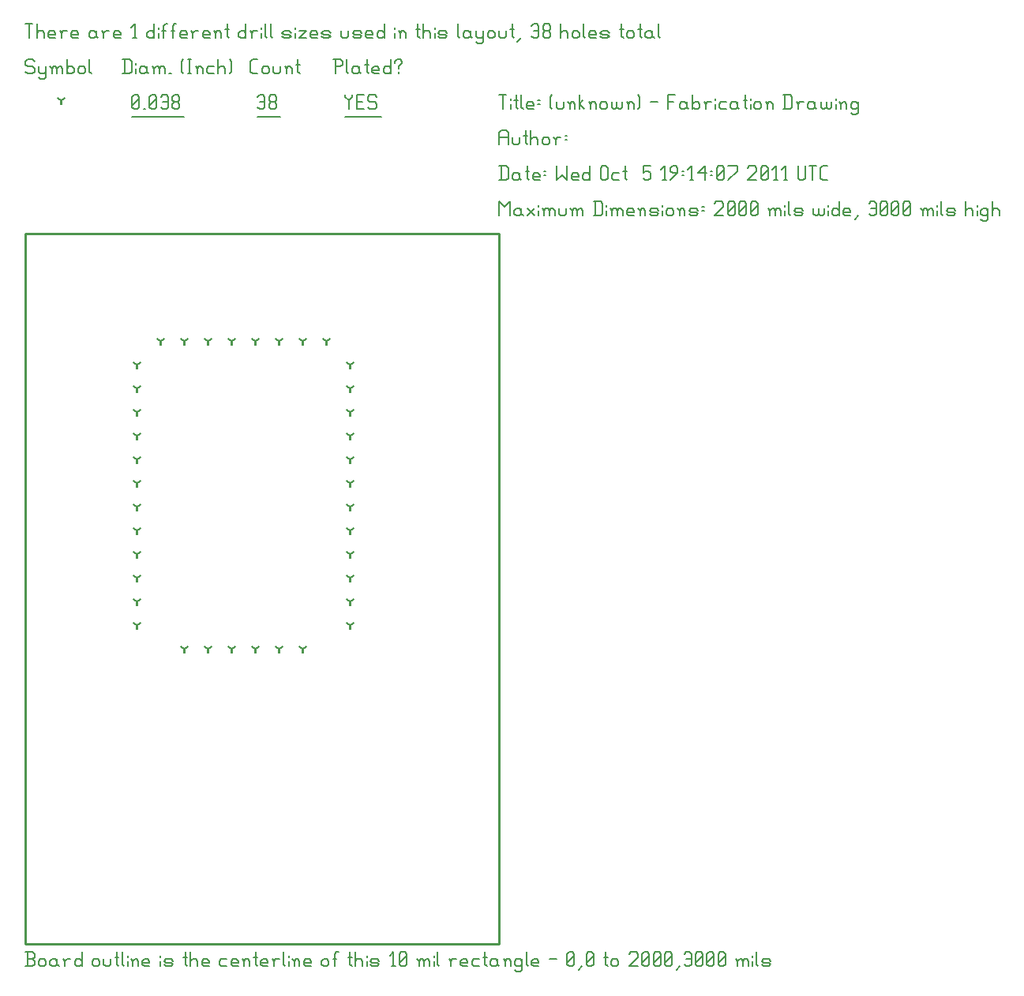
<source format=gbr>
G04 start of page 9 for group -3984 idx -3984 *
G04 Title: (unknown), fab *
G04 Creator: pcb 20100929 *
G04 CreationDate: Wed Oct  5 19:14:07 2011 UTC *
G04 For: user1 *
G04 Format: Gerber/RS-274X *
G04 PCB-Dimensions: 200000 300000 *
G04 PCB-Coordinate-Origin: lower left *
%MOIN*%
%FSLAX25Y25*%
%LNFAB*%
%ADD12C,0.0200*%
%ADD28C,0.0100*%
%ADD31R,0.0080X0.0080*%
%ADD32C,0.0060*%
G54D31*X67000Y124500D02*Y122900D01*
G54D12*G36*
X66453Y124647D02*X68532Y125847D01*
X68932Y125154D01*
X66853Y123954D01*
X66453Y124647D01*
G37*
G36*
X67146Y123954D02*X65067Y125154D01*
X65467Y125847D01*
X67546Y124647D01*
X67146Y123954D01*
G37*
G54D31*X77000Y124500D02*Y122900D01*
G54D12*G36*
X76453Y124647D02*X78532Y125847D01*
X78932Y125154D01*
X76853Y123954D01*
X76453Y124647D01*
G37*
G36*
X77146Y123954D02*X75067Y125154D01*
X75467Y125847D01*
X77546Y124647D01*
X77146Y123954D01*
G37*
G54D31*X87000Y124500D02*Y122900D01*
G54D12*G36*
X86453Y124647D02*X88532Y125847D01*
X88932Y125154D01*
X86853Y123954D01*
X86453Y124647D01*
G37*
G36*
X87146Y123954D02*X85067Y125154D01*
X85467Y125847D01*
X87546Y124647D01*
X87146Y123954D01*
G37*
G54D31*X97000Y124500D02*Y122900D01*
G54D12*G36*
X96453Y124647D02*X98532Y125847D01*
X98932Y125154D01*
X96853Y123954D01*
X96453Y124647D01*
G37*
G36*
X97146Y123954D02*X95067Y125154D01*
X95467Y125847D01*
X97546Y124647D01*
X97146Y123954D01*
G37*
G54D31*X107000Y124500D02*Y122900D01*
G54D12*G36*
X106453Y124647D02*X108532Y125847D01*
X108932Y125154D01*
X106853Y123954D01*
X106453Y124647D01*
G37*
G36*
X107146Y123954D02*X105067Y125154D01*
X105467Y125847D01*
X107546Y124647D01*
X107146Y123954D01*
G37*
G54D31*X117000Y124500D02*Y122900D01*
G54D12*G36*
X116453Y124647D02*X118532Y125847D01*
X118932Y125154D01*
X116853Y123954D01*
X116453Y124647D01*
G37*
G36*
X117146Y123954D02*X115067Y125154D01*
X115467Y125847D01*
X117546Y124647D01*
X117146Y123954D01*
G37*
G54D31*X57000Y254500D02*Y252900D01*
G54D12*G36*
X56453Y254647D02*X58532Y255847D01*
X58932Y255154D01*
X56853Y253954D01*
X56453Y254647D01*
G37*
G36*
X57146Y253954D02*X55067Y255154D01*
X55467Y255847D01*
X57546Y254647D01*
X57146Y253954D01*
G37*
G54D31*X67000Y254500D02*Y252900D01*
G54D12*G36*
X66453Y254647D02*X68532Y255847D01*
X68932Y255154D01*
X66853Y253954D01*
X66453Y254647D01*
G37*
G36*
X67146Y253954D02*X65067Y255154D01*
X65467Y255847D01*
X67546Y254647D01*
X67146Y253954D01*
G37*
G54D31*X77000Y254500D02*Y252900D01*
G54D12*G36*
X76453Y254647D02*X78532Y255847D01*
X78932Y255154D01*
X76853Y253954D01*
X76453Y254647D01*
G37*
G36*
X77146Y253954D02*X75067Y255154D01*
X75467Y255847D01*
X77546Y254647D01*
X77146Y253954D01*
G37*
G54D31*X87000Y254500D02*Y252900D01*
G54D12*G36*
X86453Y254647D02*X88532Y255847D01*
X88932Y255154D01*
X86853Y253954D01*
X86453Y254647D01*
G37*
G36*
X87146Y253954D02*X85067Y255154D01*
X85467Y255847D01*
X87546Y254647D01*
X87146Y253954D01*
G37*
G54D31*X97000Y254500D02*Y252900D01*
G54D12*G36*
X96453Y254647D02*X98532Y255847D01*
X98932Y255154D01*
X96853Y253954D01*
X96453Y254647D01*
G37*
G36*
X97146Y253954D02*X95067Y255154D01*
X95467Y255847D01*
X97546Y254647D01*
X97146Y253954D01*
G37*
G54D31*X107000Y254500D02*Y252900D01*
G54D12*G36*
X106453Y254647D02*X108532Y255847D01*
X108932Y255154D01*
X106853Y253954D01*
X106453Y254647D01*
G37*
G36*
X107146Y253954D02*X105067Y255154D01*
X105467Y255847D01*
X107546Y254647D01*
X107146Y253954D01*
G37*
G54D31*X117000Y254500D02*Y252900D01*
G54D12*G36*
X116453Y254647D02*X118532Y255847D01*
X118932Y255154D01*
X116853Y253954D01*
X116453Y254647D01*
G37*
G36*
X117146Y253954D02*X115067Y255154D01*
X115467Y255847D01*
X117546Y254647D01*
X117146Y253954D01*
G37*
G54D31*X127000Y254500D02*Y252900D01*
G54D12*G36*
X126453Y254647D02*X128532Y255847D01*
X128932Y255154D01*
X126853Y253954D01*
X126453Y254647D01*
G37*
G36*
X127146Y253954D02*X125067Y255154D01*
X125467Y255847D01*
X127546Y254647D01*
X127146Y253954D01*
G37*
G54D31*X47000Y244500D02*Y242900D01*
G54D12*G36*
X46453Y244647D02*X48532Y245847D01*
X48932Y245154D01*
X46853Y243954D01*
X46453Y244647D01*
G37*
G36*
X47146Y243954D02*X45067Y245154D01*
X45467Y245847D01*
X47546Y244647D01*
X47146Y243954D01*
G37*
G54D31*X47000Y234500D02*Y232900D01*
G54D12*G36*
X46453Y234647D02*X48532Y235847D01*
X48932Y235154D01*
X46853Y233954D01*
X46453Y234647D01*
G37*
G36*
X47146Y233954D02*X45067Y235154D01*
X45467Y235847D01*
X47546Y234647D01*
X47146Y233954D01*
G37*
G54D31*X47000Y224500D02*Y222900D01*
G54D12*G36*
X46453Y224647D02*X48532Y225847D01*
X48932Y225154D01*
X46853Y223954D01*
X46453Y224647D01*
G37*
G36*
X47146Y223954D02*X45067Y225154D01*
X45467Y225847D01*
X47546Y224647D01*
X47146Y223954D01*
G37*
G54D31*X47000Y214500D02*Y212900D01*
G54D12*G36*
X46453Y214647D02*X48532Y215847D01*
X48932Y215154D01*
X46853Y213954D01*
X46453Y214647D01*
G37*
G36*
X47146Y213954D02*X45067Y215154D01*
X45467Y215847D01*
X47546Y214647D01*
X47146Y213954D01*
G37*
G54D31*X47000Y204500D02*Y202900D01*
G54D12*G36*
X46453Y204647D02*X48532Y205847D01*
X48932Y205154D01*
X46853Y203954D01*
X46453Y204647D01*
G37*
G36*
X47146Y203954D02*X45067Y205154D01*
X45467Y205847D01*
X47546Y204647D01*
X47146Y203954D01*
G37*
G54D31*X47000Y194500D02*Y192900D01*
G54D12*G36*
X46453Y194647D02*X48532Y195847D01*
X48932Y195154D01*
X46853Y193954D01*
X46453Y194647D01*
G37*
G36*
X47146Y193954D02*X45067Y195154D01*
X45467Y195847D01*
X47546Y194647D01*
X47146Y193954D01*
G37*
G54D31*X47000Y184500D02*Y182900D01*
G54D12*G36*
X46453Y184647D02*X48532Y185847D01*
X48932Y185154D01*
X46853Y183954D01*
X46453Y184647D01*
G37*
G36*
X47146Y183954D02*X45067Y185154D01*
X45467Y185847D01*
X47546Y184647D01*
X47146Y183954D01*
G37*
G54D31*X47000Y174500D02*Y172900D01*
G54D12*G36*
X46453Y174647D02*X48532Y175847D01*
X48932Y175154D01*
X46853Y173954D01*
X46453Y174647D01*
G37*
G36*
X47146Y173954D02*X45067Y175154D01*
X45467Y175847D01*
X47546Y174647D01*
X47146Y173954D01*
G37*
G54D31*X47000Y164500D02*Y162900D01*
G54D12*G36*
X46453Y164647D02*X48532Y165847D01*
X48932Y165154D01*
X46853Y163954D01*
X46453Y164647D01*
G37*
G36*
X47146Y163954D02*X45067Y165154D01*
X45467Y165847D01*
X47546Y164647D01*
X47146Y163954D01*
G37*
G54D31*X47000Y154500D02*Y152900D01*
G54D12*G36*
X46453Y154647D02*X48532Y155847D01*
X48932Y155154D01*
X46853Y153954D01*
X46453Y154647D01*
G37*
G36*
X47146Y153954D02*X45067Y155154D01*
X45467Y155847D01*
X47546Y154647D01*
X47146Y153954D01*
G37*
G54D31*X47000Y144500D02*Y142900D01*
G54D12*G36*
X46453Y144647D02*X48532Y145847D01*
X48932Y145154D01*
X46853Y143954D01*
X46453Y144647D01*
G37*
G36*
X47146Y143954D02*X45067Y145154D01*
X45467Y145847D01*
X47546Y144647D01*
X47146Y143954D01*
G37*
G54D31*X47000Y134500D02*Y132900D01*
G54D12*G36*
X46453Y134647D02*X48532Y135847D01*
X48932Y135154D01*
X46853Y133954D01*
X46453Y134647D01*
G37*
G36*
X47146Y133954D02*X45067Y135154D01*
X45467Y135847D01*
X47546Y134647D01*
X47146Y133954D01*
G37*
G54D31*X137000Y244500D02*Y242900D01*
G54D12*G36*
X136453Y244647D02*X138532Y245847D01*
X138932Y245154D01*
X136853Y243954D01*
X136453Y244647D01*
G37*
G36*
X137146Y243954D02*X135067Y245154D01*
X135467Y245847D01*
X137546Y244647D01*
X137146Y243954D01*
G37*
G54D31*X137000Y234500D02*Y232900D01*
G54D12*G36*
X136453Y234647D02*X138532Y235847D01*
X138932Y235154D01*
X136853Y233954D01*
X136453Y234647D01*
G37*
G36*
X137146Y233954D02*X135067Y235154D01*
X135467Y235847D01*
X137546Y234647D01*
X137146Y233954D01*
G37*
G54D31*X137000Y224500D02*Y222900D01*
G54D12*G36*
X136453Y224647D02*X138532Y225847D01*
X138932Y225154D01*
X136853Y223954D01*
X136453Y224647D01*
G37*
G36*
X137146Y223954D02*X135067Y225154D01*
X135467Y225847D01*
X137546Y224647D01*
X137146Y223954D01*
G37*
G54D31*X137000Y214500D02*Y212900D01*
G54D12*G36*
X136453Y214647D02*X138532Y215847D01*
X138932Y215154D01*
X136853Y213954D01*
X136453Y214647D01*
G37*
G36*
X137146Y213954D02*X135067Y215154D01*
X135467Y215847D01*
X137546Y214647D01*
X137146Y213954D01*
G37*
G54D31*X137000Y204500D02*Y202900D01*
G54D12*G36*
X136453Y204647D02*X138532Y205847D01*
X138932Y205154D01*
X136853Y203954D01*
X136453Y204647D01*
G37*
G36*
X137146Y203954D02*X135067Y205154D01*
X135467Y205847D01*
X137546Y204647D01*
X137146Y203954D01*
G37*
G54D31*X137000Y194500D02*Y192900D01*
G54D12*G36*
X136453Y194647D02*X138532Y195847D01*
X138932Y195154D01*
X136853Y193954D01*
X136453Y194647D01*
G37*
G36*
X137146Y193954D02*X135067Y195154D01*
X135467Y195847D01*
X137546Y194647D01*
X137146Y193954D01*
G37*
G54D31*X137000Y184500D02*Y182900D01*
G54D12*G36*
X136453Y184647D02*X138532Y185847D01*
X138932Y185154D01*
X136853Y183954D01*
X136453Y184647D01*
G37*
G36*
X137146Y183954D02*X135067Y185154D01*
X135467Y185847D01*
X137546Y184647D01*
X137146Y183954D01*
G37*
G54D31*X137000Y174500D02*Y172900D01*
G54D12*G36*
X136453Y174647D02*X138532Y175847D01*
X138932Y175154D01*
X136853Y173954D01*
X136453Y174647D01*
G37*
G36*
X137146Y173954D02*X135067Y175154D01*
X135467Y175847D01*
X137546Y174647D01*
X137146Y173954D01*
G37*
G54D31*X137000Y164500D02*Y162900D01*
G54D12*G36*
X136453Y164647D02*X138532Y165847D01*
X138932Y165154D01*
X136853Y163954D01*
X136453Y164647D01*
G37*
G36*
X137146Y163954D02*X135067Y165154D01*
X135467Y165847D01*
X137546Y164647D01*
X137146Y163954D01*
G37*
G54D31*X137000Y154500D02*Y152900D01*
G54D12*G36*
X136453Y154647D02*X138532Y155847D01*
X138932Y155154D01*
X136853Y153954D01*
X136453Y154647D01*
G37*
G36*
X137146Y153954D02*X135067Y155154D01*
X135467Y155847D01*
X137546Y154647D01*
X137146Y153954D01*
G37*
G54D31*X137000Y144500D02*Y142900D01*
G54D12*G36*
X136453Y144647D02*X138532Y145847D01*
X138932Y145154D01*
X136853Y143954D01*
X136453Y144647D01*
G37*
G36*
X137146Y143954D02*X135067Y145154D01*
X135467Y145847D01*
X137546Y144647D01*
X137146Y143954D01*
G37*
G54D31*X137000Y134500D02*Y132900D01*
G54D12*G36*
X136453Y134647D02*X138532Y135847D01*
X138932Y135154D01*
X136853Y133954D01*
X136453Y134647D01*
G37*
G36*
X137146Y133954D02*X135067Y135154D01*
X135467Y135847D01*
X137546Y134647D01*
X137146Y133954D01*
G37*
G54D31*X15000Y356250D02*Y354650D01*
G54D12*G36*
X14453Y356396D02*X16532Y357596D01*
X16932Y356903D01*
X14853Y355703D01*
X14453Y356396D01*
G37*
G36*
X15146Y355703D02*X13067Y356903D01*
X13467Y357596D01*
X15546Y356396D01*
X15146Y355703D01*
G37*
G54D32*X135000Y358500D02*Y357750D01*
X136500Y356250D01*
X138000Y357750D01*
Y358500D02*Y357750D01*
X136500Y356250D02*Y352500D01*
X139801Y355500D02*X142051D01*
X139801Y352500D02*X142801D01*
X139801Y358500D02*Y352500D01*
Y358500D02*X142801D01*
X147603D02*X148353Y357750D01*
X145353Y358500D02*X147603D01*
X144603Y357750D02*X145353Y358500D01*
X144603Y357750D02*Y356250D01*
X145353Y355500D01*
X147603D01*
X148353Y354750D01*
Y353250D01*
X147603Y352500D02*X148353Y353250D01*
X145353Y352500D02*X147603D01*
X144603Y353250D02*X145353Y352500D01*
X135000Y349249D02*X150154D01*
X98000Y357750D02*X98750Y358500D01*
X100250D01*
X101000Y357750D01*
Y353250D01*
X100250Y352500D02*X101000Y353250D01*
X98750Y352500D02*X100250D01*
X98000Y353250D02*X98750Y352500D01*
Y355500D02*X101000D01*
X102801Y353250D02*X103551Y352500D01*
X102801Y354750D02*Y353250D01*
Y354750D02*X103551Y355500D01*
X105051D01*
X105801Y354750D01*
Y353250D01*
X105051Y352500D02*X105801Y353250D01*
X103551Y352500D02*X105051D01*
X102801Y356250D02*X103551Y355500D01*
X102801Y357750D02*Y356250D01*
Y357750D02*X103551Y358500D01*
X105051D01*
X105801Y357750D01*
Y356250D01*
X105051Y355500D02*X105801Y356250D01*
X98000Y349249D02*X107603D01*
X45000Y353250D02*X45750Y352500D01*
X45000Y357750D02*Y353250D01*
Y357750D02*X45750Y358500D01*
X47250D01*
X48000Y357750D01*
Y353250D01*
X47250Y352500D02*X48000Y353250D01*
X45750Y352500D02*X47250D01*
X45000Y354000D02*X48000Y357000D01*
X49801Y352500D02*X50551D01*
X52353Y353250D02*X53103Y352500D01*
X52353Y357750D02*Y353250D01*
Y357750D02*X53103Y358500D01*
X54603D01*
X55353Y357750D01*
Y353250D01*
X54603Y352500D02*X55353Y353250D01*
X53103Y352500D02*X54603D01*
X52353Y354000D02*X55353Y357000D01*
X57154Y357750D02*X57904Y358500D01*
X59404D01*
X60154Y357750D01*
Y353250D01*
X59404Y352500D02*X60154Y353250D01*
X57904Y352500D02*X59404D01*
X57154Y353250D02*X57904Y352500D01*
Y355500D02*X60154D01*
X61956Y353250D02*X62706Y352500D01*
X61956Y354750D02*Y353250D01*
Y354750D02*X62706Y355500D01*
X64206D01*
X64956Y354750D01*
Y353250D01*
X64206Y352500D02*X64956Y353250D01*
X62706Y352500D02*X64206D01*
X61956Y356250D02*X62706Y355500D01*
X61956Y357750D02*Y356250D01*
Y357750D02*X62706Y358500D01*
X64206D01*
X64956Y357750D01*
Y356250D01*
X64206Y355500D02*X64956Y356250D01*
X45000Y349249D02*X66757D01*
X3000Y373500D02*X3750Y372750D01*
X750Y373500D02*X3000D01*
X0Y372750D02*X750Y373500D01*
X0Y372750D02*Y371250D01*
X750Y370500D01*
X3000D01*
X3750Y369750D01*
Y368250D01*
X3000Y367500D02*X3750Y368250D01*
X750Y367500D02*X3000D01*
X0Y368250D02*X750Y367500D01*
X5551Y370500D02*Y368250D01*
X6301Y367500D01*
X8551Y370500D02*Y366000D01*
X7801Y365250D02*X8551Y366000D01*
X6301Y365250D02*X7801D01*
X5551Y366000D02*X6301Y365250D01*
Y367500D02*X7801D01*
X8551Y368250D01*
X11103Y369750D02*Y367500D01*
Y369750D02*X11853Y370500D01*
X12603D01*
X13353Y369750D01*
Y367500D01*
Y369750D02*X14103Y370500D01*
X14853D01*
X15603Y369750D01*
Y367500D01*
X10353Y370500D02*X11103Y369750D01*
X17404Y373500D02*Y367500D01*
Y368250D02*X18154Y367500D01*
X19654D01*
X20404Y368250D01*
Y369750D02*Y368250D01*
X19654Y370500D02*X20404Y369750D01*
X18154Y370500D02*X19654D01*
X17404Y369750D02*X18154Y370500D01*
X22206Y369750D02*Y368250D01*
Y369750D02*X22956Y370500D01*
X24456D01*
X25206Y369750D01*
Y368250D01*
X24456Y367500D02*X25206Y368250D01*
X22956Y367500D02*X24456D01*
X22206Y368250D02*X22956Y367500D01*
X27007Y373500D02*Y368250D01*
X27757Y367500D01*
X41750Y373500D02*Y367500D01*
X44000Y373500D02*X44750Y372750D01*
Y368250D01*
X44000Y367500D02*X44750Y368250D01*
X41000Y367500D02*X44000D01*
X41000Y373500D02*X44000D01*
X46551Y372000D02*Y371250D01*
Y369750D02*Y367500D01*
X50303Y370500D02*X51053Y369750D01*
X48803Y370500D02*X50303D01*
X48053Y369750D02*X48803Y370500D01*
X48053Y369750D02*Y368250D01*
X48803Y367500D01*
X51053Y370500D02*Y368250D01*
X51803Y367500D01*
X48803D02*X50303D01*
X51053Y368250D01*
X54354Y369750D02*Y367500D01*
Y369750D02*X55104Y370500D01*
X55854D01*
X56604Y369750D01*
Y367500D01*
Y369750D02*X57354Y370500D01*
X58104D01*
X58854Y369750D01*
Y367500D01*
X53604Y370500D02*X54354Y369750D01*
X60656Y367500D02*X61406D01*
X65907Y368250D02*X66657Y367500D01*
X65907Y372750D02*X66657Y373500D01*
X65907Y372750D02*Y368250D01*
X68459Y373500D02*X69959D01*
X69209D02*Y367500D01*
X68459D02*X69959D01*
X72510Y369750D02*Y367500D01*
Y369750D02*X73260Y370500D01*
X74010D01*
X74760Y369750D01*
Y367500D01*
X71760Y370500D02*X72510Y369750D01*
X77312Y370500D02*X79562D01*
X76562Y369750D02*X77312Y370500D01*
X76562Y369750D02*Y368250D01*
X77312Y367500D01*
X79562D01*
X81363Y373500D02*Y367500D01*
Y369750D02*X82113Y370500D01*
X83613D01*
X84363Y369750D01*
Y367500D01*
X86165Y373500D02*X86915Y372750D01*
Y368250D01*
X86165Y367500D02*X86915Y368250D01*
X95750Y367500D02*X98000D01*
X95000Y368250D02*X95750Y367500D01*
X95000Y372750D02*Y368250D01*
Y372750D02*X95750Y373500D01*
X98000D01*
X99801Y369750D02*Y368250D01*
Y369750D02*X100551Y370500D01*
X102051D01*
X102801Y369750D01*
Y368250D01*
X102051Y367500D02*X102801Y368250D01*
X100551Y367500D02*X102051D01*
X99801Y368250D02*X100551Y367500D01*
X104603Y370500D02*Y368250D01*
X105353Y367500D01*
X106853D01*
X107603Y368250D01*
Y370500D02*Y368250D01*
X110154Y369750D02*Y367500D01*
Y369750D02*X110904Y370500D01*
X111654D01*
X112404Y369750D01*
Y367500D01*
X109404Y370500D02*X110154Y369750D01*
X114956Y373500D02*Y368250D01*
X115706Y367500D01*
X114206Y371250D02*X115706D01*
X130750Y373500D02*Y367500D01*
X130000Y373500D02*X133000D01*
X133750Y372750D01*
Y371250D01*
X133000Y370500D02*X133750Y371250D01*
X130750Y370500D02*X133000D01*
X135551Y373500D02*Y368250D01*
X136301Y367500D01*
X140053Y370500D02*X140803Y369750D01*
X138553Y370500D02*X140053D01*
X137803Y369750D02*X138553Y370500D01*
X137803Y369750D02*Y368250D01*
X138553Y367500D01*
X140803Y370500D02*Y368250D01*
X141553Y367500D01*
X138553D02*X140053D01*
X140803Y368250D01*
X144104Y373500D02*Y368250D01*
X144854Y367500D01*
X143354Y371250D02*X144854D01*
X147106Y367500D02*X149356D01*
X146356Y368250D02*X147106Y367500D01*
X146356Y369750D02*Y368250D01*
Y369750D02*X147106Y370500D01*
X148606D01*
X149356Y369750D01*
X146356Y369000D02*X149356D01*
Y369750D02*Y369000D01*
X154157Y373500D02*Y367500D01*
X153407D02*X154157Y368250D01*
X151907Y367500D02*X153407D01*
X151157Y368250D02*X151907Y367500D01*
X151157Y369750D02*Y368250D01*
Y369750D02*X151907Y370500D01*
X153407D01*
X154157Y369750D01*
X157459Y370500D02*Y369750D01*
Y368250D02*Y367500D01*
X155959Y372750D02*Y372000D01*
Y372750D02*X156709Y373500D01*
X158209D01*
X158959Y372750D01*
Y372000D01*
X157459Y370500D02*X158959Y372000D01*
X0Y388500D02*X3000D01*
X1500D02*Y382500D01*
X4801Y388500D02*Y382500D01*
Y384750D02*X5551Y385500D01*
X7051D01*
X7801Y384750D01*
Y382500D01*
X10353D02*X12603D01*
X9603Y383250D02*X10353Y382500D01*
X9603Y384750D02*Y383250D01*
Y384750D02*X10353Y385500D01*
X11853D01*
X12603Y384750D01*
X9603Y384000D02*X12603D01*
Y384750D02*Y384000D01*
X15154Y384750D02*Y382500D01*
Y384750D02*X15904Y385500D01*
X17404D01*
X14404D02*X15154Y384750D01*
X19956Y382500D02*X22206D01*
X19206Y383250D02*X19956Y382500D01*
X19206Y384750D02*Y383250D01*
Y384750D02*X19956Y385500D01*
X21456D01*
X22206Y384750D01*
X19206Y384000D02*X22206D01*
Y384750D02*Y384000D01*
X28957Y385500D02*X29707Y384750D01*
X27457Y385500D02*X28957D01*
X26707Y384750D02*X27457Y385500D01*
X26707Y384750D02*Y383250D01*
X27457Y382500D01*
X29707Y385500D02*Y383250D01*
X30457Y382500D01*
X27457D02*X28957D01*
X29707Y383250D01*
X33009Y384750D02*Y382500D01*
Y384750D02*X33759Y385500D01*
X35259D01*
X32259D02*X33009Y384750D01*
X37810Y382500D02*X40060D01*
X37060Y383250D02*X37810Y382500D01*
X37060Y384750D02*Y383250D01*
Y384750D02*X37810Y385500D01*
X39310D01*
X40060Y384750D01*
X37060Y384000D02*X40060D01*
Y384750D02*Y384000D01*
X45312Y382500D02*X46812D01*
X46062Y388500D02*Y382500D01*
X44562Y387000D02*X46062Y388500D01*
X54313D02*Y382500D01*
X53563D02*X54313Y383250D01*
X52063Y382500D02*X53563D01*
X51313Y383250D02*X52063Y382500D01*
X51313Y384750D02*Y383250D01*
Y384750D02*X52063Y385500D01*
X53563D01*
X54313Y384750D01*
X56115Y387000D02*Y386250D01*
Y384750D02*Y382500D01*
X58366Y387750D02*Y382500D01*
Y387750D02*X59116Y388500D01*
X59866D01*
X57616Y385500D02*X59116D01*
X62118Y387750D02*Y382500D01*
Y387750D02*X62868Y388500D01*
X63618D01*
X61368Y385500D02*X62868D01*
X65869Y382500D02*X68119D01*
X65119Y383250D02*X65869Y382500D01*
X65119Y384750D02*Y383250D01*
Y384750D02*X65869Y385500D01*
X67369D01*
X68119Y384750D01*
X65119Y384000D02*X68119D01*
Y384750D02*Y384000D01*
X70671Y384750D02*Y382500D01*
Y384750D02*X71421Y385500D01*
X72921D01*
X69921D02*X70671Y384750D01*
X75472Y382500D02*X77722D01*
X74722Y383250D02*X75472Y382500D01*
X74722Y384750D02*Y383250D01*
Y384750D02*X75472Y385500D01*
X76972D01*
X77722Y384750D01*
X74722Y384000D02*X77722D01*
Y384750D02*Y384000D01*
X80274Y384750D02*Y382500D01*
Y384750D02*X81024Y385500D01*
X81774D01*
X82524Y384750D01*
Y382500D01*
X79524Y385500D02*X80274Y384750D01*
X85075Y388500D02*Y383250D01*
X85825Y382500D01*
X84325Y386250D02*X85825D01*
X93027Y388500D02*Y382500D01*
X92277D02*X93027Y383250D01*
X90777Y382500D02*X92277D01*
X90027Y383250D02*X90777Y382500D01*
X90027Y384750D02*Y383250D01*
Y384750D02*X90777Y385500D01*
X92277D01*
X93027Y384750D01*
X95578D02*Y382500D01*
Y384750D02*X96328Y385500D01*
X97828D01*
X94828D02*X95578Y384750D01*
X99630Y387000D02*Y386250D01*
Y384750D02*Y382500D01*
X101131Y388500D02*Y383250D01*
X101881Y382500D01*
X103383Y388500D02*Y383250D01*
X104133Y382500D01*
X109084D02*X111334D01*
X112084Y383250D01*
X111334Y384000D02*X112084Y383250D01*
X109084Y384000D02*X111334D01*
X108334Y384750D02*X109084Y384000D01*
X108334Y384750D02*X109084Y385500D01*
X111334D01*
X112084Y384750D01*
X108334Y383250D02*X109084Y382500D01*
X113886Y387000D02*Y386250D01*
Y384750D02*Y382500D01*
X115387Y385500D02*X118387D01*
X115387Y382500D02*X118387Y385500D01*
X115387Y382500D02*X118387D01*
X120939D02*X123189D01*
X120189Y383250D02*X120939Y382500D01*
X120189Y384750D02*Y383250D01*
Y384750D02*X120939Y385500D01*
X122439D01*
X123189Y384750D01*
X120189Y384000D02*X123189D01*
Y384750D02*Y384000D01*
X125740Y382500D02*X127990D01*
X128740Y383250D01*
X127990Y384000D02*X128740Y383250D01*
X125740Y384000D02*X127990D01*
X124990Y384750D02*X125740Y384000D01*
X124990Y384750D02*X125740Y385500D01*
X127990D01*
X128740Y384750D01*
X124990Y383250D02*X125740Y382500D01*
X133242Y385500D02*Y383250D01*
X133992Y382500D01*
X135492D01*
X136242Y383250D01*
Y385500D02*Y383250D01*
X138793Y382500D02*X141043D01*
X141793Y383250D01*
X141043Y384000D02*X141793Y383250D01*
X138793Y384000D02*X141043D01*
X138043Y384750D02*X138793Y384000D01*
X138043Y384750D02*X138793Y385500D01*
X141043D01*
X141793Y384750D01*
X138043Y383250D02*X138793Y382500D01*
X144345D02*X146595D01*
X143595Y383250D02*X144345Y382500D01*
X143595Y384750D02*Y383250D01*
Y384750D02*X144345Y385500D01*
X145845D01*
X146595Y384750D01*
X143595Y384000D02*X146595D01*
Y384750D02*Y384000D01*
X151396Y388500D02*Y382500D01*
X150646D02*X151396Y383250D01*
X149146Y382500D02*X150646D01*
X148396Y383250D02*X149146Y382500D01*
X148396Y384750D02*Y383250D01*
Y384750D02*X149146Y385500D01*
X150646D01*
X151396Y384750D01*
X155898Y387000D02*Y386250D01*
Y384750D02*Y382500D01*
X158149Y384750D02*Y382500D01*
Y384750D02*X158899Y385500D01*
X159649D01*
X160399Y384750D01*
Y382500D01*
X157399Y385500D02*X158149Y384750D01*
X165651Y388500D02*Y383250D01*
X166401Y382500D01*
X164901Y386250D02*X166401D01*
X167902Y388500D02*Y382500D01*
Y384750D02*X168652Y385500D01*
X170152D01*
X170902Y384750D01*
Y382500D01*
X172704Y387000D02*Y386250D01*
Y384750D02*Y382500D01*
X174955D02*X177205D01*
X177955Y383250D01*
X177205Y384000D02*X177955Y383250D01*
X174955Y384000D02*X177205D01*
X174205Y384750D02*X174955Y384000D01*
X174205Y384750D02*X174955Y385500D01*
X177205D01*
X177955Y384750D01*
X174205Y383250D02*X174955Y382500D01*
X182457Y388500D02*Y383250D01*
X183207Y382500D01*
X186958Y385500D02*X187708Y384750D01*
X185458Y385500D02*X186958D01*
X184708Y384750D02*X185458Y385500D01*
X184708Y384750D02*Y383250D01*
X185458Y382500D01*
X187708Y385500D02*Y383250D01*
X188458Y382500D01*
X185458D02*X186958D01*
X187708Y383250D01*
X190260Y385500D02*Y383250D01*
X191010Y382500D01*
X193260Y385500D02*Y381000D01*
X192510Y380250D02*X193260Y381000D01*
X191010Y380250D02*X192510D01*
X190260Y381000D02*X191010Y380250D01*
Y382500D02*X192510D01*
X193260Y383250D01*
X195061Y384750D02*Y383250D01*
Y384750D02*X195811Y385500D01*
X197311D01*
X198061Y384750D01*
Y383250D01*
X197311Y382500D02*X198061Y383250D01*
X195811Y382500D02*X197311D01*
X195061Y383250D02*X195811Y382500D01*
X199863Y385500D02*Y383250D01*
X200613Y382500D01*
X202113D01*
X202863Y383250D01*
Y385500D02*Y383250D01*
X205414Y388500D02*Y383250D01*
X206164Y382500D01*
X204664Y386250D02*X206164D01*
X207666Y381000D02*X209166Y382500D01*
X213667Y387750D02*X214417Y388500D01*
X215917D01*
X216667Y387750D01*
Y383250D01*
X215917Y382500D02*X216667Y383250D01*
X214417Y382500D02*X215917D01*
X213667Y383250D02*X214417Y382500D01*
Y385500D02*X216667D01*
X218469Y383250D02*X219219Y382500D01*
X218469Y384750D02*Y383250D01*
Y384750D02*X219219Y385500D01*
X220719D01*
X221469Y384750D01*
Y383250D01*
X220719Y382500D02*X221469Y383250D01*
X219219Y382500D02*X220719D01*
X218469Y386250D02*X219219Y385500D01*
X218469Y387750D02*Y386250D01*
Y387750D02*X219219Y388500D01*
X220719D01*
X221469Y387750D01*
Y386250D01*
X220719Y385500D02*X221469Y386250D01*
X225970Y388500D02*Y382500D01*
Y384750D02*X226720Y385500D01*
X228220D01*
X228970Y384750D01*
Y382500D01*
X230772Y384750D02*Y383250D01*
Y384750D02*X231522Y385500D01*
X233022D01*
X233772Y384750D01*
Y383250D01*
X233022Y382500D02*X233772Y383250D01*
X231522Y382500D02*X233022D01*
X230772Y383250D02*X231522Y382500D01*
X235573Y388500D02*Y383250D01*
X236323Y382500D01*
X238575D02*X240825D01*
X237825Y383250D02*X238575Y382500D01*
X237825Y384750D02*Y383250D01*
Y384750D02*X238575Y385500D01*
X240075D01*
X240825Y384750D01*
X237825Y384000D02*X240825D01*
Y384750D02*Y384000D01*
X243376Y382500D02*X245626D01*
X246376Y383250D01*
X245626Y384000D02*X246376Y383250D01*
X243376Y384000D02*X245626D01*
X242626Y384750D02*X243376Y384000D01*
X242626Y384750D02*X243376Y385500D01*
X245626D01*
X246376Y384750D01*
X242626Y383250D02*X243376Y382500D01*
X251628Y388500D02*Y383250D01*
X252378Y382500D01*
X250878Y386250D02*X252378D01*
X253879Y384750D02*Y383250D01*
Y384750D02*X254629Y385500D01*
X256129D01*
X256879Y384750D01*
Y383250D01*
X256129Y382500D02*X256879Y383250D01*
X254629Y382500D02*X256129D01*
X253879Y383250D02*X254629Y382500D01*
X259431Y388500D02*Y383250D01*
X260181Y382500D01*
X258681Y386250D02*X260181D01*
X263932Y385500D02*X264682Y384750D01*
X262432Y385500D02*X263932D01*
X261682Y384750D02*X262432Y385500D01*
X261682Y384750D02*Y383250D01*
X262432Y382500D01*
X264682Y385500D02*Y383250D01*
X265432Y382500D01*
X262432D02*X263932D01*
X264682Y383250D01*
X267234Y388500D02*Y383250D01*
X267984Y382500D01*
G54D28*X0Y300000D02*X200000D01*
X0D02*Y0D01*
X200000Y300000D02*Y0D01*
X0D02*X200000D01*
G54D32*Y313500D02*Y307500D01*
Y313500D02*X202250Y311250D01*
X204500Y313500D01*
Y307500D01*
X208551Y310500D02*X209301Y309750D01*
X207051Y310500D02*X208551D01*
X206301Y309750D02*X207051Y310500D01*
X206301Y309750D02*Y308250D01*
X207051Y307500D01*
X209301Y310500D02*Y308250D01*
X210051Y307500D01*
X207051D02*X208551D01*
X209301Y308250D01*
X211853Y310500D02*X214853Y307500D01*
X211853D02*X214853Y310500D01*
X216654Y312000D02*Y311250D01*
Y309750D02*Y307500D01*
X218906Y309750D02*Y307500D01*
Y309750D02*X219656Y310500D01*
X220406D01*
X221156Y309750D01*
Y307500D01*
Y309750D02*X221906Y310500D01*
X222656D01*
X223406Y309750D01*
Y307500D01*
X218156Y310500D02*X218906Y309750D01*
X225207Y310500D02*Y308250D01*
X225957Y307500D01*
X227457D01*
X228207Y308250D01*
Y310500D02*Y308250D01*
X230759Y309750D02*Y307500D01*
Y309750D02*X231509Y310500D01*
X232259D01*
X233009Y309750D01*
Y307500D01*
Y309750D02*X233759Y310500D01*
X234509D01*
X235259Y309750D01*
Y307500D01*
X230009Y310500D02*X230759Y309750D01*
X240510Y313500D02*Y307500D01*
X242760Y313500D02*X243510Y312750D01*
Y308250D01*
X242760Y307500D02*X243510Y308250D01*
X239760Y307500D02*X242760D01*
X239760Y313500D02*X242760D01*
X245312Y312000D02*Y311250D01*
Y309750D02*Y307500D01*
X247563Y309750D02*Y307500D01*
Y309750D02*X248313Y310500D01*
X249063D01*
X249813Y309750D01*
Y307500D01*
Y309750D02*X250563Y310500D01*
X251313D01*
X252063Y309750D01*
Y307500D01*
X246813Y310500D02*X247563Y309750D01*
X254615Y307500D02*X256865D01*
X253865Y308250D02*X254615Y307500D01*
X253865Y309750D02*Y308250D01*
Y309750D02*X254615Y310500D01*
X256115D01*
X256865Y309750D01*
X253865Y309000D02*X256865D01*
Y309750D02*Y309000D01*
X259416Y309750D02*Y307500D01*
Y309750D02*X260166Y310500D01*
X260916D01*
X261666Y309750D01*
Y307500D01*
X258666Y310500D02*X259416Y309750D01*
X264218Y307500D02*X266468D01*
X267218Y308250D01*
X266468Y309000D02*X267218Y308250D01*
X264218Y309000D02*X266468D01*
X263468Y309750D02*X264218Y309000D01*
X263468Y309750D02*X264218Y310500D01*
X266468D01*
X267218Y309750D01*
X263468Y308250D02*X264218Y307500D01*
X269019Y312000D02*Y311250D01*
Y309750D02*Y307500D01*
X270521Y309750D02*Y308250D01*
Y309750D02*X271271Y310500D01*
X272771D01*
X273521Y309750D01*
Y308250D01*
X272771Y307500D02*X273521Y308250D01*
X271271Y307500D02*X272771D01*
X270521Y308250D02*X271271Y307500D01*
X276072Y309750D02*Y307500D01*
Y309750D02*X276822Y310500D01*
X277572D01*
X278322Y309750D01*
Y307500D01*
X275322Y310500D02*X276072Y309750D01*
X280874Y307500D02*X283124D01*
X283874Y308250D01*
X283124Y309000D02*X283874Y308250D01*
X280874Y309000D02*X283124D01*
X280124Y309750D02*X280874Y309000D01*
X280124Y309750D02*X280874Y310500D01*
X283124D01*
X283874Y309750D01*
X280124Y308250D02*X280874Y307500D01*
X285675Y311250D02*X286425D01*
X285675Y309750D02*X286425D01*
X290927Y312750D02*X291677Y313500D01*
X293927D01*
X294677Y312750D01*
Y311250D01*
X290927Y307500D02*X294677Y311250D01*
X290927Y307500D02*X294677D01*
X296478Y308250D02*X297228Y307500D01*
X296478Y312750D02*Y308250D01*
Y312750D02*X297228Y313500D01*
X298728D01*
X299478Y312750D01*
Y308250D01*
X298728Y307500D02*X299478Y308250D01*
X297228Y307500D02*X298728D01*
X296478Y309000D02*X299478Y312000D01*
X301280Y308250D02*X302030Y307500D01*
X301280Y312750D02*Y308250D01*
Y312750D02*X302030Y313500D01*
X303530D01*
X304280Y312750D01*
Y308250D01*
X303530Y307500D02*X304280Y308250D01*
X302030Y307500D02*X303530D01*
X301280Y309000D02*X304280Y312000D01*
X306081Y308250D02*X306831Y307500D01*
X306081Y312750D02*Y308250D01*
Y312750D02*X306831Y313500D01*
X308331D01*
X309081Y312750D01*
Y308250D01*
X308331Y307500D02*X309081Y308250D01*
X306831Y307500D02*X308331D01*
X306081Y309000D02*X309081Y312000D01*
X314333Y309750D02*Y307500D01*
Y309750D02*X315083Y310500D01*
X315833D01*
X316583Y309750D01*
Y307500D01*
Y309750D02*X317333Y310500D01*
X318083D01*
X318833Y309750D01*
Y307500D01*
X313583Y310500D02*X314333Y309750D01*
X320634Y312000D02*Y311250D01*
Y309750D02*Y307500D01*
X322136Y313500D02*Y308250D01*
X322886Y307500D01*
X325137D02*X327387D01*
X328137Y308250D01*
X327387Y309000D02*X328137Y308250D01*
X325137Y309000D02*X327387D01*
X324387Y309750D02*X325137Y309000D01*
X324387Y309750D02*X325137Y310500D01*
X327387D01*
X328137Y309750D01*
X324387Y308250D02*X325137Y307500D01*
X332639Y310500D02*Y308250D01*
X333389Y307500D01*
X334139D01*
X334889Y308250D01*
Y310500D02*Y308250D01*
X335639Y307500D01*
X336389D01*
X337139Y308250D01*
Y310500D02*Y308250D01*
X338940Y312000D02*Y311250D01*
Y309750D02*Y307500D01*
X343442Y313500D02*Y307500D01*
X342692D02*X343442Y308250D01*
X341192Y307500D02*X342692D01*
X340442Y308250D02*X341192Y307500D01*
X340442Y309750D02*Y308250D01*
Y309750D02*X341192Y310500D01*
X342692D01*
X343442Y309750D01*
X345993Y307500D02*X348243D01*
X345243Y308250D02*X345993Y307500D01*
X345243Y309750D02*Y308250D01*
Y309750D02*X345993Y310500D01*
X347493D01*
X348243Y309750D01*
X345243Y309000D02*X348243D01*
Y309750D02*Y309000D01*
X350045Y306000D02*X351545Y307500D01*
X356046Y312750D02*X356796Y313500D01*
X358296D01*
X359046Y312750D01*
Y308250D01*
X358296Y307500D02*X359046Y308250D01*
X356796Y307500D02*X358296D01*
X356046Y308250D02*X356796Y307500D01*
Y310500D02*X359046D01*
X360848Y308250D02*X361598Y307500D01*
X360848Y312750D02*Y308250D01*
Y312750D02*X361598Y313500D01*
X363098D01*
X363848Y312750D01*
Y308250D01*
X363098Y307500D02*X363848Y308250D01*
X361598Y307500D02*X363098D01*
X360848Y309000D02*X363848Y312000D01*
X365649Y308250D02*X366399Y307500D01*
X365649Y312750D02*Y308250D01*
Y312750D02*X366399Y313500D01*
X367899D01*
X368649Y312750D01*
Y308250D01*
X367899Y307500D02*X368649Y308250D01*
X366399Y307500D02*X367899D01*
X365649Y309000D02*X368649Y312000D01*
X370451Y308250D02*X371201Y307500D01*
X370451Y312750D02*Y308250D01*
Y312750D02*X371201Y313500D01*
X372701D01*
X373451Y312750D01*
Y308250D01*
X372701Y307500D02*X373451Y308250D01*
X371201Y307500D02*X372701D01*
X370451Y309000D02*X373451Y312000D01*
X378702Y309750D02*Y307500D01*
Y309750D02*X379452Y310500D01*
X380202D01*
X380952Y309750D01*
Y307500D01*
Y309750D02*X381702Y310500D01*
X382452D01*
X383202Y309750D01*
Y307500D01*
X377952Y310500D02*X378702Y309750D01*
X385004Y312000D02*Y311250D01*
Y309750D02*Y307500D01*
X386505Y313500D02*Y308250D01*
X387255Y307500D01*
X389507D02*X391757D01*
X392507Y308250D01*
X391757Y309000D02*X392507Y308250D01*
X389507Y309000D02*X391757D01*
X388757Y309750D02*X389507Y309000D01*
X388757Y309750D02*X389507Y310500D01*
X391757D01*
X392507Y309750D01*
X388757Y308250D02*X389507Y307500D01*
X397008Y313500D02*Y307500D01*
Y309750D02*X397758Y310500D01*
X399258D01*
X400008Y309750D01*
Y307500D01*
X401810Y312000D02*Y311250D01*
Y309750D02*Y307500D01*
X405561Y310500D02*X406311Y309750D01*
X404061Y310500D02*X405561D01*
X403311Y309750D02*X404061Y310500D01*
X403311Y309750D02*Y308250D01*
X404061Y307500D01*
X405561D01*
X406311Y308250D01*
X403311Y306000D02*X404061Y305250D01*
X405561D01*
X406311Y306000D01*
Y310500D02*Y306000D01*
X408113Y313500D02*Y307500D01*
Y309750D02*X408863Y310500D01*
X410363D01*
X411113Y309750D01*
Y307500D01*
X0Y-9500D02*X3000D01*
X3750Y-8750D01*
Y-7250D02*Y-8750D01*
X3000Y-6500D02*X3750Y-7250D01*
X750Y-6500D02*X3000D01*
X750Y-3500D02*Y-9500D01*
X0Y-3500D02*X3000D01*
X3750Y-4250D01*
Y-5750D01*
X3000Y-6500D02*X3750Y-5750D01*
X5551Y-7250D02*Y-8750D01*
Y-7250D02*X6301Y-6500D01*
X7801D01*
X8551Y-7250D01*
Y-8750D01*
X7801Y-9500D02*X8551Y-8750D01*
X6301Y-9500D02*X7801D01*
X5551Y-8750D02*X6301Y-9500D01*
X12603Y-6500D02*X13353Y-7250D01*
X11103Y-6500D02*X12603D01*
X10353Y-7250D02*X11103Y-6500D01*
X10353Y-7250D02*Y-8750D01*
X11103Y-9500D01*
X13353Y-6500D02*Y-8750D01*
X14103Y-9500D01*
X11103D02*X12603D01*
X13353Y-8750D01*
X16654Y-7250D02*Y-9500D01*
Y-7250D02*X17404Y-6500D01*
X18904D01*
X15904D02*X16654Y-7250D01*
X23706Y-3500D02*Y-9500D01*
X22956D02*X23706Y-8750D01*
X21456Y-9500D02*X22956D01*
X20706Y-8750D02*X21456Y-9500D01*
X20706Y-7250D02*Y-8750D01*
Y-7250D02*X21456Y-6500D01*
X22956D01*
X23706Y-7250D01*
X28207D02*Y-8750D01*
Y-7250D02*X28957Y-6500D01*
X30457D01*
X31207Y-7250D01*
Y-8750D01*
X30457Y-9500D02*X31207Y-8750D01*
X28957Y-9500D02*X30457D01*
X28207Y-8750D02*X28957Y-9500D01*
X33009Y-6500D02*Y-8750D01*
X33759Y-9500D01*
X35259D01*
X36009Y-8750D01*
Y-6500D02*Y-8750D01*
X38560Y-3500D02*Y-8750D01*
X39310Y-9500D01*
X37810Y-5750D02*X39310D01*
X40812Y-3500D02*Y-8750D01*
X41562Y-9500D01*
X43063Y-5000D02*Y-5750D01*
Y-7250D02*Y-9500D01*
X45315Y-7250D02*Y-9500D01*
Y-7250D02*X46065Y-6500D01*
X46815D01*
X47565Y-7250D01*
Y-9500D01*
X44565Y-6500D02*X45315Y-7250D01*
X50116Y-9500D02*X52366D01*
X49366Y-8750D02*X50116Y-9500D01*
X49366Y-7250D02*Y-8750D01*
Y-7250D02*X50116Y-6500D01*
X51616D01*
X52366Y-7250D01*
X49366Y-8000D02*X52366D01*
Y-7250D02*Y-8000D01*
X56868Y-5000D02*Y-5750D01*
Y-7250D02*Y-9500D01*
X59119D02*X61369D01*
X62119Y-8750D01*
X61369Y-8000D02*X62119Y-8750D01*
X59119Y-8000D02*X61369D01*
X58369Y-7250D02*X59119Y-8000D01*
X58369Y-7250D02*X59119Y-6500D01*
X61369D01*
X62119Y-7250D01*
X58369Y-8750D02*X59119Y-9500D01*
X67371Y-3500D02*Y-8750D01*
X68121Y-9500D01*
X66621Y-5750D02*X68121D01*
X69622Y-3500D02*Y-9500D01*
Y-7250D02*X70372Y-6500D01*
X71872D01*
X72622Y-7250D01*
Y-9500D01*
X75174D02*X77424D01*
X74424Y-8750D02*X75174Y-9500D01*
X74424Y-7250D02*Y-8750D01*
Y-7250D02*X75174Y-6500D01*
X76674D01*
X77424Y-7250D01*
X74424Y-8000D02*X77424D01*
Y-7250D02*Y-8000D01*
X82675Y-6500D02*X84925D01*
X81925Y-7250D02*X82675Y-6500D01*
X81925Y-7250D02*Y-8750D01*
X82675Y-9500D01*
X84925D01*
X87477D02*X89727D01*
X86727Y-8750D02*X87477Y-9500D01*
X86727Y-7250D02*Y-8750D01*
Y-7250D02*X87477Y-6500D01*
X88977D01*
X89727Y-7250D01*
X86727Y-8000D02*X89727D01*
Y-7250D02*Y-8000D01*
X92278Y-7250D02*Y-9500D01*
Y-7250D02*X93028Y-6500D01*
X93778D01*
X94528Y-7250D01*
Y-9500D01*
X91528Y-6500D02*X92278Y-7250D01*
X97080Y-3500D02*Y-8750D01*
X97830Y-9500D01*
X96330Y-5750D02*X97830D01*
X100081Y-9500D02*X102331D01*
X99331Y-8750D02*X100081Y-9500D01*
X99331Y-7250D02*Y-8750D01*
Y-7250D02*X100081Y-6500D01*
X101581D01*
X102331Y-7250D01*
X99331Y-8000D02*X102331D01*
Y-7250D02*Y-8000D01*
X104883Y-7250D02*Y-9500D01*
Y-7250D02*X105633Y-6500D01*
X107133D01*
X104133D02*X104883Y-7250D01*
X108934Y-3500D02*Y-8750D01*
X109684Y-9500D01*
X111186Y-5000D02*Y-5750D01*
Y-7250D02*Y-9500D01*
X113437Y-7250D02*Y-9500D01*
Y-7250D02*X114187Y-6500D01*
X114937D01*
X115687Y-7250D01*
Y-9500D01*
X112687Y-6500D02*X113437Y-7250D01*
X118239Y-9500D02*X120489D01*
X117489Y-8750D02*X118239Y-9500D01*
X117489Y-7250D02*Y-8750D01*
Y-7250D02*X118239Y-6500D01*
X119739D01*
X120489Y-7250D01*
X117489Y-8000D02*X120489D01*
Y-7250D02*Y-8000D01*
X124990Y-7250D02*Y-8750D01*
Y-7250D02*X125740Y-6500D01*
X127240D01*
X127990Y-7250D01*
Y-8750D01*
X127240Y-9500D02*X127990Y-8750D01*
X125740Y-9500D02*X127240D01*
X124990Y-8750D02*X125740Y-9500D01*
X130542Y-4250D02*Y-9500D01*
Y-4250D02*X131292Y-3500D01*
X132042D01*
X129792Y-6500D02*X131292D01*
X136993Y-3500D02*Y-8750D01*
X137743Y-9500D01*
X136243Y-5750D02*X137743D01*
X139245Y-3500D02*Y-9500D01*
Y-7250D02*X139995Y-6500D01*
X141495D01*
X142245Y-7250D01*
Y-9500D01*
X144046Y-5000D02*Y-5750D01*
Y-7250D02*Y-9500D01*
X146298D02*X148548D01*
X149298Y-8750D01*
X148548Y-8000D02*X149298Y-8750D01*
X146298Y-8000D02*X148548D01*
X145548Y-7250D02*X146298Y-8000D01*
X145548Y-7250D02*X146298Y-6500D01*
X148548D01*
X149298Y-7250D01*
X145548Y-8750D02*X146298Y-9500D01*
X154549D02*X156049D01*
X155299Y-3500D02*Y-9500D01*
X153799Y-5000D02*X155299Y-3500D01*
X157851Y-8750D02*X158601Y-9500D01*
X157851Y-4250D02*Y-8750D01*
Y-4250D02*X158601Y-3500D01*
X160101D01*
X160851Y-4250D01*
Y-8750D01*
X160101Y-9500D02*X160851Y-8750D01*
X158601Y-9500D02*X160101D01*
X157851Y-8000D02*X160851Y-5000D01*
X166102Y-7250D02*Y-9500D01*
Y-7250D02*X166852Y-6500D01*
X167602D01*
X168352Y-7250D01*
Y-9500D01*
Y-7250D02*X169102Y-6500D01*
X169852D01*
X170602Y-7250D01*
Y-9500D01*
X165352Y-6500D02*X166102Y-7250D01*
X172404Y-5000D02*Y-5750D01*
Y-7250D02*Y-9500D01*
X173905Y-3500D02*Y-8750D01*
X174655Y-9500D01*
X179607Y-7250D02*Y-9500D01*
Y-7250D02*X180357Y-6500D01*
X181857D01*
X178857D02*X179607Y-7250D01*
X184408Y-9500D02*X186658D01*
X183658Y-8750D02*X184408Y-9500D01*
X183658Y-7250D02*Y-8750D01*
Y-7250D02*X184408Y-6500D01*
X185908D01*
X186658Y-7250D01*
X183658Y-8000D02*X186658D01*
Y-7250D02*Y-8000D01*
X189210Y-6500D02*X191460D01*
X188460Y-7250D02*X189210Y-6500D01*
X188460Y-7250D02*Y-8750D01*
X189210Y-9500D01*
X191460D01*
X194011Y-3500D02*Y-8750D01*
X194761Y-9500D01*
X193261Y-5750D02*X194761D01*
X198513Y-6500D02*X199263Y-7250D01*
X197013Y-6500D02*X198513D01*
X196263Y-7250D02*X197013Y-6500D01*
X196263Y-7250D02*Y-8750D01*
X197013Y-9500D01*
X199263Y-6500D02*Y-8750D01*
X200013Y-9500D01*
X197013D02*X198513D01*
X199263Y-8750D01*
X202564Y-7250D02*Y-9500D01*
Y-7250D02*X203314Y-6500D01*
X204064D01*
X204814Y-7250D01*
Y-9500D01*
X201814Y-6500D02*X202564Y-7250D01*
X208866Y-6500D02*X209616Y-7250D01*
X207366Y-6500D02*X208866D01*
X206616Y-7250D02*X207366Y-6500D01*
X206616Y-7250D02*Y-8750D01*
X207366Y-9500D01*
X208866D01*
X209616Y-8750D01*
X206616Y-11000D02*X207366Y-11750D01*
X208866D01*
X209616Y-11000D01*
Y-6500D02*Y-11000D01*
X211417Y-3500D02*Y-8750D01*
X212167Y-9500D01*
X214419D02*X216669D01*
X213669Y-8750D02*X214419Y-9500D01*
X213669Y-7250D02*Y-8750D01*
Y-7250D02*X214419Y-6500D01*
X215919D01*
X216669Y-7250D01*
X213669Y-8000D02*X216669D01*
Y-7250D02*Y-8000D01*
X221170Y-6500D02*X224170D01*
X228672Y-8750D02*X229422Y-9500D01*
X228672Y-4250D02*Y-8750D01*
Y-4250D02*X229422Y-3500D01*
X230922D01*
X231672Y-4250D01*
Y-8750D01*
X230922Y-9500D02*X231672Y-8750D01*
X229422Y-9500D02*X230922D01*
X228672Y-8000D02*X231672Y-5000D01*
X233473Y-11000D02*X234973Y-9500D01*
X236775Y-8750D02*X237525Y-9500D01*
X236775Y-4250D02*Y-8750D01*
Y-4250D02*X237525Y-3500D01*
X239025D01*
X239775Y-4250D01*
Y-8750D01*
X239025Y-9500D02*X239775Y-8750D01*
X237525Y-9500D02*X239025D01*
X236775Y-8000D02*X239775Y-5000D01*
X245026Y-3500D02*Y-8750D01*
X245776Y-9500D01*
X244276Y-5750D02*X245776D01*
X247278Y-7250D02*Y-8750D01*
Y-7250D02*X248028Y-6500D01*
X249528D01*
X250278Y-7250D01*
Y-8750D01*
X249528Y-9500D02*X250278Y-8750D01*
X248028Y-9500D02*X249528D01*
X247278Y-8750D02*X248028Y-9500D01*
X254779Y-4250D02*X255529Y-3500D01*
X257779D01*
X258529Y-4250D01*
Y-5750D01*
X254779Y-9500D02*X258529Y-5750D01*
X254779Y-9500D02*X258529D01*
X260331Y-8750D02*X261081Y-9500D01*
X260331Y-4250D02*Y-8750D01*
Y-4250D02*X261081Y-3500D01*
X262581D01*
X263331Y-4250D01*
Y-8750D01*
X262581Y-9500D02*X263331Y-8750D01*
X261081Y-9500D02*X262581D01*
X260331Y-8000D02*X263331Y-5000D01*
X265132Y-8750D02*X265882Y-9500D01*
X265132Y-4250D02*Y-8750D01*
Y-4250D02*X265882Y-3500D01*
X267382D01*
X268132Y-4250D01*
Y-8750D01*
X267382Y-9500D02*X268132Y-8750D01*
X265882Y-9500D02*X267382D01*
X265132Y-8000D02*X268132Y-5000D01*
X269934Y-8750D02*X270684Y-9500D01*
X269934Y-4250D02*Y-8750D01*
Y-4250D02*X270684Y-3500D01*
X272184D01*
X272934Y-4250D01*
Y-8750D01*
X272184Y-9500D02*X272934Y-8750D01*
X270684Y-9500D02*X272184D01*
X269934Y-8000D02*X272934Y-5000D01*
X274735Y-11000D02*X276235Y-9500D01*
X278037Y-4250D02*X278787Y-3500D01*
X280287D01*
X281037Y-4250D01*
Y-8750D01*
X280287Y-9500D02*X281037Y-8750D01*
X278787Y-9500D02*X280287D01*
X278037Y-8750D02*X278787Y-9500D01*
Y-6500D02*X281037D01*
X282838Y-8750D02*X283588Y-9500D01*
X282838Y-4250D02*Y-8750D01*
Y-4250D02*X283588Y-3500D01*
X285088D01*
X285838Y-4250D01*
Y-8750D01*
X285088Y-9500D02*X285838Y-8750D01*
X283588Y-9500D02*X285088D01*
X282838Y-8000D02*X285838Y-5000D01*
X287640Y-8750D02*X288390Y-9500D01*
X287640Y-4250D02*Y-8750D01*
Y-4250D02*X288390Y-3500D01*
X289890D01*
X290640Y-4250D01*
Y-8750D01*
X289890Y-9500D02*X290640Y-8750D01*
X288390Y-9500D02*X289890D01*
X287640Y-8000D02*X290640Y-5000D01*
X292441Y-8750D02*X293191Y-9500D01*
X292441Y-4250D02*Y-8750D01*
Y-4250D02*X293191Y-3500D01*
X294691D01*
X295441Y-4250D01*
Y-8750D01*
X294691Y-9500D02*X295441Y-8750D01*
X293191Y-9500D02*X294691D01*
X292441Y-8000D02*X295441Y-5000D01*
X300693Y-7250D02*Y-9500D01*
Y-7250D02*X301443Y-6500D01*
X302193D01*
X302943Y-7250D01*
Y-9500D01*
Y-7250D02*X303693Y-6500D01*
X304443D01*
X305193Y-7250D01*
Y-9500D01*
X299943Y-6500D02*X300693Y-7250D01*
X306994Y-5000D02*Y-5750D01*
Y-7250D02*Y-9500D01*
X308496Y-3500D02*Y-8750D01*
X309246Y-9500D01*
X311497D02*X313747D01*
X314497Y-8750D01*
X313747Y-8000D02*X314497Y-8750D01*
X311497Y-8000D02*X313747D01*
X310747Y-7250D02*X311497Y-8000D01*
X310747Y-7250D02*X311497Y-6500D01*
X313747D01*
X314497Y-7250D01*
X310747Y-8750D02*X311497Y-9500D01*
X200750Y328500D02*Y322500D01*
X203000Y328500D02*X203750Y327750D01*
Y323250D01*
X203000Y322500D02*X203750Y323250D01*
X200000Y322500D02*X203000D01*
X200000Y328500D02*X203000D01*
X207801Y325500D02*X208551Y324750D01*
X206301Y325500D02*X207801D01*
X205551Y324750D02*X206301Y325500D01*
X205551Y324750D02*Y323250D01*
X206301Y322500D01*
X208551Y325500D02*Y323250D01*
X209301Y322500D01*
X206301D02*X207801D01*
X208551Y323250D01*
X211853Y328500D02*Y323250D01*
X212603Y322500D01*
X211103Y326250D02*X212603D01*
X214854Y322500D02*X217104D01*
X214104Y323250D02*X214854Y322500D01*
X214104Y324750D02*Y323250D01*
Y324750D02*X214854Y325500D01*
X216354D01*
X217104Y324750D01*
X214104Y324000D02*X217104D01*
Y324750D02*Y324000D01*
X218906Y326250D02*X219656D01*
X218906Y324750D02*X219656D01*
X224157Y328500D02*Y322500D01*
X226407Y324750D01*
X228657Y322500D01*
Y328500D02*Y322500D01*
X231209D02*X233459D01*
X230459Y323250D02*X231209Y322500D01*
X230459Y324750D02*Y323250D01*
Y324750D02*X231209Y325500D01*
X232709D01*
X233459Y324750D01*
X230459Y324000D02*X233459D01*
Y324750D02*Y324000D01*
X238260Y328500D02*Y322500D01*
X237510D02*X238260Y323250D01*
X236010Y322500D02*X237510D01*
X235260Y323250D02*X236010Y322500D01*
X235260Y324750D02*Y323250D01*
Y324750D02*X236010Y325500D01*
X237510D01*
X238260Y324750D01*
X242762Y327750D02*Y323250D01*
Y327750D02*X243512Y328500D01*
X245012D01*
X245762Y327750D01*
Y323250D01*
X245012Y322500D02*X245762Y323250D01*
X243512Y322500D02*X245012D01*
X242762Y323250D02*X243512Y322500D01*
X248313Y325500D02*X250563D01*
X247563Y324750D02*X248313Y325500D01*
X247563Y324750D02*Y323250D01*
X248313Y322500D01*
X250563D01*
X253115Y328500D02*Y323250D01*
X253865Y322500D01*
X252365Y326250D02*X253865D01*
X260766Y328500D02*X263766D01*
X260766D02*Y325500D01*
X261516Y326250D01*
X263016D01*
X263766Y325500D01*
Y323250D01*
X263016Y322500D02*X263766Y323250D01*
X261516Y322500D02*X263016D01*
X260766Y323250D02*X261516Y322500D01*
X269018D02*X270518D01*
X269768Y328500D02*Y322500D01*
X268268Y327000D02*X269768Y328500D01*
X272319Y322500D02*X275319Y325500D01*
Y327750D02*Y325500D01*
X274569Y328500D02*X275319Y327750D01*
X273069Y328500D02*X274569D01*
X272319Y327750D02*X273069Y328500D01*
X272319Y327750D02*Y326250D01*
X273069Y325500D01*
X275319D01*
X277121Y326250D02*X277871D01*
X277121Y324750D02*X277871D01*
X280422Y322500D02*X281922D01*
X281172Y328500D02*Y322500D01*
X279672Y327000D02*X281172Y328500D01*
X283724Y325500D02*X286724Y328500D01*
X283724Y325500D02*X287474D01*
X286724Y328500D02*Y322500D01*
X289275Y326250D02*X290025D01*
X289275Y324750D02*X290025D01*
X291827Y323250D02*X292577Y322500D01*
X291827Y327750D02*Y323250D01*
Y327750D02*X292577Y328500D01*
X294077D01*
X294827Y327750D01*
Y323250D01*
X294077Y322500D02*X294827Y323250D01*
X292577Y322500D02*X294077D01*
X291827Y324000D02*X294827Y327000D01*
X296628Y322500D02*X300378Y326250D01*
Y328500D02*Y326250D01*
X296628Y328500D02*X300378D01*
X304880Y327750D02*X305630Y328500D01*
X307880D01*
X308630Y327750D01*
Y326250D01*
X304880Y322500D02*X308630Y326250D01*
X304880Y322500D02*X308630D01*
X310431Y323250D02*X311181Y322500D01*
X310431Y327750D02*Y323250D01*
Y327750D02*X311181Y328500D01*
X312681D01*
X313431Y327750D01*
Y323250D01*
X312681Y322500D02*X313431Y323250D01*
X311181Y322500D02*X312681D01*
X310431Y324000D02*X313431Y327000D01*
X315983Y322500D02*X317483D01*
X316733Y328500D02*Y322500D01*
X315233Y327000D02*X316733Y328500D01*
X320034Y322500D02*X321534D01*
X320784Y328500D02*Y322500D01*
X319284Y327000D02*X320784Y328500D01*
X326036D02*Y323250D01*
X326786Y322500D01*
X328286D01*
X329036Y323250D01*
Y328500D02*Y323250D01*
X330837Y328500D02*X333837D01*
X332337D02*Y322500D01*
X336389D02*X338639D01*
X335639Y323250D02*X336389Y322500D01*
X335639Y327750D02*Y323250D01*
Y327750D02*X336389Y328500D01*
X338639D01*
X200000Y342750D02*Y337500D01*
Y342750D02*X200750Y343500D01*
X203000D01*
X203750Y342750D01*
Y337500D01*
X200000Y340500D02*X203750D01*
X205551D02*Y338250D01*
X206301Y337500D01*
X207801D01*
X208551Y338250D01*
Y340500D02*Y338250D01*
X211103Y343500D02*Y338250D01*
X211853Y337500D01*
X210353Y341250D02*X211853D01*
X213354Y343500D02*Y337500D01*
Y339750D02*X214104Y340500D01*
X215604D01*
X216354Y339750D01*
Y337500D01*
X218156Y339750D02*Y338250D01*
Y339750D02*X218906Y340500D01*
X220406D01*
X221156Y339750D01*
Y338250D01*
X220406Y337500D02*X221156Y338250D01*
X218906Y337500D02*X220406D01*
X218156Y338250D02*X218906Y337500D01*
X223707Y339750D02*Y337500D01*
Y339750D02*X224457Y340500D01*
X225957D01*
X222957D02*X223707Y339750D01*
X227759Y341250D02*X228509D01*
X227759Y339750D02*X228509D01*
X200000Y358500D02*X203000D01*
X201500D02*Y352500D01*
X204801Y357000D02*Y356250D01*
Y354750D02*Y352500D01*
X207053Y358500D02*Y353250D01*
X207803Y352500D01*
X206303Y356250D02*X207803D01*
X209304Y358500D02*Y353250D01*
X210054Y352500D01*
X212306D02*X214556D01*
X211556Y353250D02*X212306Y352500D01*
X211556Y354750D02*Y353250D01*
Y354750D02*X212306Y355500D01*
X213806D01*
X214556Y354750D01*
X211556Y354000D02*X214556D01*
Y354750D02*Y354000D01*
X216357Y356250D02*X217107D01*
X216357Y354750D02*X217107D01*
X221609Y353250D02*X222359Y352500D01*
X221609Y357750D02*X222359Y358500D01*
X221609Y357750D02*Y353250D01*
X224160Y355500D02*Y353250D01*
X224910Y352500D01*
X226410D01*
X227160Y353250D01*
Y355500D02*Y353250D01*
X229712Y354750D02*Y352500D01*
Y354750D02*X230462Y355500D01*
X231212D01*
X231962Y354750D01*
Y352500D01*
X228962Y355500D02*X229712Y354750D01*
X233763Y358500D02*Y352500D01*
Y354750D02*X236013Y352500D01*
X233763Y354750D02*X235263Y356250D01*
X238565Y354750D02*Y352500D01*
Y354750D02*X239315Y355500D01*
X240065D01*
X240815Y354750D01*
Y352500D01*
X237815Y355500D02*X238565Y354750D01*
X242616D02*Y353250D01*
Y354750D02*X243366Y355500D01*
X244866D01*
X245616Y354750D01*
Y353250D01*
X244866Y352500D02*X245616Y353250D01*
X243366Y352500D02*X244866D01*
X242616Y353250D02*X243366Y352500D01*
X247418Y355500D02*Y353250D01*
X248168Y352500D01*
X248918D01*
X249668Y353250D01*
Y355500D02*Y353250D01*
X250418Y352500D01*
X251168D01*
X251918Y353250D01*
Y355500D02*Y353250D01*
X254469Y354750D02*Y352500D01*
Y354750D02*X255219Y355500D01*
X255969D01*
X256719Y354750D01*
Y352500D01*
X253719Y355500D02*X254469Y354750D01*
X258521Y358500D02*X259271Y357750D01*
Y353250D01*
X258521Y352500D02*X259271Y353250D01*
X263772Y355500D02*X266772D01*
X271274Y358500D02*Y352500D01*
Y358500D02*X274274D01*
X271274Y355500D02*X273524D01*
X278325D02*X279075Y354750D01*
X276825Y355500D02*X278325D01*
X276075Y354750D02*X276825Y355500D01*
X276075Y354750D02*Y353250D01*
X276825Y352500D01*
X279075Y355500D02*Y353250D01*
X279825Y352500D01*
X276825D02*X278325D01*
X279075Y353250D01*
X281627Y358500D02*Y352500D01*
Y353250D02*X282377Y352500D01*
X283877D01*
X284627Y353250D01*
Y354750D02*Y353250D01*
X283877Y355500D02*X284627Y354750D01*
X282377Y355500D02*X283877D01*
X281627Y354750D02*X282377Y355500D01*
X287178Y354750D02*Y352500D01*
Y354750D02*X287928Y355500D01*
X289428D01*
X286428D02*X287178Y354750D01*
X291230Y357000D02*Y356250D01*
Y354750D02*Y352500D01*
X293481Y355500D02*X295731D01*
X292731Y354750D02*X293481Y355500D01*
X292731Y354750D02*Y353250D01*
X293481Y352500D01*
X295731D01*
X299783Y355500D02*X300533Y354750D01*
X298283Y355500D02*X299783D01*
X297533Y354750D02*X298283Y355500D01*
X297533Y354750D02*Y353250D01*
X298283Y352500D01*
X300533Y355500D02*Y353250D01*
X301283Y352500D01*
X298283D02*X299783D01*
X300533Y353250D01*
X303834Y358500D02*Y353250D01*
X304584Y352500D01*
X303084Y356250D02*X304584D01*
X306086Y357000D02*Y356250D01*
Y354750D02*Y352500D01*
X307587Y354750D02*Y353250D01*
Y354750D02*X308337Y355500D01*
X309837D01*
X310587Y354750D01*
Y353250D01*
X309837Y352500D02*X310587Y353250D01*
X308337Y352500D02*X309837D01*
X307587Y353250D02*X308337Y352500D01*
X313139Y354750D02*Y352500D01*
Y354750D02*X313889Y355500D01*
X314639D01*
X315389Y354750D01*
Y352500D01*
X312389Y355500D02*X313139Y354750D01*
X320640Y358500D02*Y352500D01*
X322890Y358500D02*X323640Y357750D01*
Y353250D01*
X322890Y352500D02*X323640Y353250D01*
X319890Y352500D02*X322890D01*
X319890Y358500D02*X322890D01*
X326192Y354750D02*Y352500D01*
Y354750D02*X326942Y355500D01*
X328442D01*
X325442D02*X326192Y354750D01*
X332493Y355500D02*X333243Y354750D01*
X330993Y355500D02*X332493D01*
X330243Y354750D02*X330993Y355500D01*
X330243Y354750D02*Y353250D01*
X330993Y352500D01*
X333243Y355500D02*Y353250D01*
X333993Y352500D01*
X330993D02*X332493D01*
X333243Y353250D01*
X335795Y355500D02*Y353250D01*
X336545Y352500D01*
X337295D01*
X338045Y353250D01*
Y355500D02*Y353250D01*
X338795Y352500D01*
X339545D01*
X340295Y353250D01*
Y355500D02*Y353250D01*
X342096Y357000D02*Y356250D01*
Y354750D02*Y352500D01*
X344348Y354750D02*Y352500D01*
Y354750D02*X345098Y355500D01*
X345848D01*
X346598Y354750D01*
Y352500D01*
X343598Y355500D02*X344348Y354750D01*
X350649Y355500D02*X351399Y354750D01*
X349149Y355500D02*X350649D01*
X348399Y354750D02*X349149Y355500D01*
X348399Y354750D02*Y353250D01*
X349149Y352500D01*
X350649D01*
X351399Y353250D01*
X348399Y351000D02*X349149Y350250D01*
X350649D01*
X351399Y351000D01*
Y355500D02*Y351000D01*
M02*

</source>
